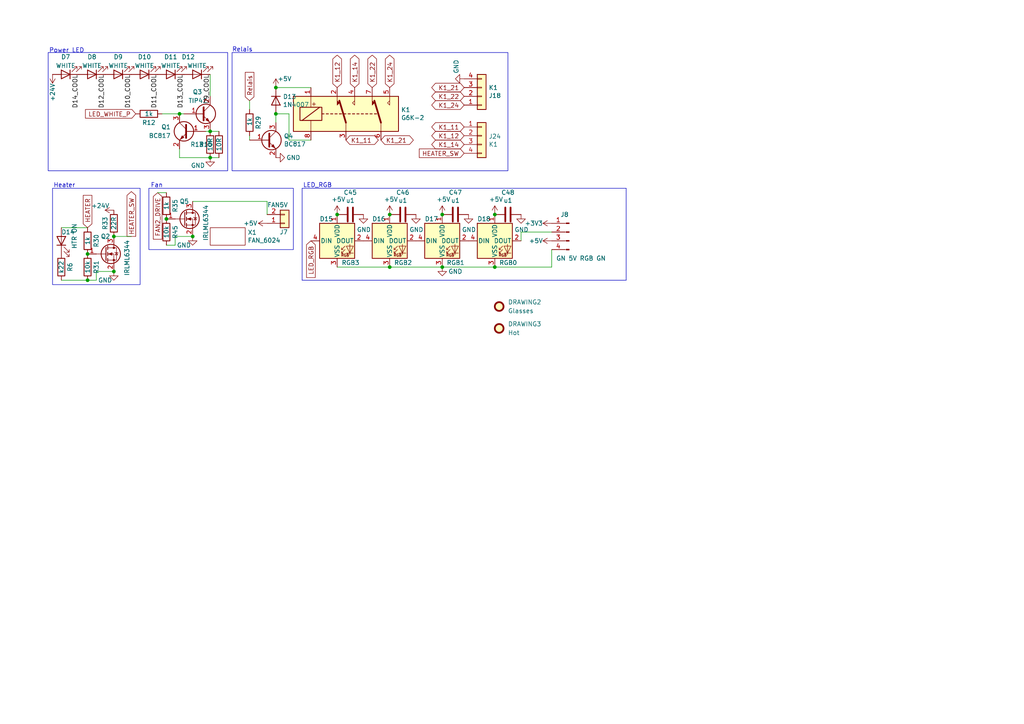
<source format=kicad_sch>
(kicad_sch (version 20231120) (generator "eeschema") (generator_version "8.0")
  (paper "A4")
  (lib_symbols
    (symbol "Connector:Conn_01x04_Male" (pin_names (offset 1.016) hide)
      (property "Reference" "J" (at 0 5.08 0))
      (property "Value" "Conn_01x04_Male" (at 0 -7.62 0))
      (symbol "Conn_01x04_Male_1_1"
        (polyline (pts (xy 1.27 -5.08) (xy 0.8636 -5.08)) (stroke (width 0.1524)))
        (polyline (pts (xy 1.27 -2.54) (xy 0.8636 -2.54)) (stroke (width 0.1524)))
        (polyline (pts (xy 1.27 0) (xy 0.8636 0)) (stroke (width 0.1524)))
        (polyline (pts (xy 1.27 2.54) (xy 0.8636 2.54)) (stroke (width 0.1524)))
        (rectangle (start 0.8636 -4.953) (end 0 -5.207) (stroke (width 0.1524)) (fill (type outline)))
        (rectangle (start 0.8636 -2.413) (end 0 -2.667) (stroke (width 0.1524)) (fill (type outline)))
        (rectangle (start 0.8636 0.127) (end 0 -0.127) (stroke (width 0.1524)) (fill (type outline)))
        (rectangle (start 0.8636 2.667) (end 0 2.413) (stroke (width 0.1524)) (fill (type outline)))
        (pin passive line (at 5.08 2.54 180) (length 3.81) (name "Pin_1") (number "1"))
        (pin passive line (at 5.08 0 180) (length 3.81) (name "Pin_2") (number "2"))
        (pin passive line (at 5.08 -2.54 180) (length 3.81) (name "Pin_3") (number "3"))
        (pin passive line (at 5.08 -5.08 180) (length 3.81) (name "Pin_4") (number "4"))
      )
    )
    (symbol "Connector_Generic:Conn_01x02" (pin_names (offset 1.016) hide)
      (property "Reference" "J" (at 0 2.54 0))
      (property "Value" "Conn_01x02" (at 0 -5.08 0))
      (symbol "Conn_01x02_1_1"
        (rectangle (start -1.27 -2.413) (end 0 -2.667) (stroke (width 0.1524)))
        (rectangle (start -1.27 0.127) (end 0 -0.127) (stroke (width 0.1524)))
        (rectangle (start -1.27 1.27) (end 1.27 -3.81) (stroke (width 0.254)) (fill (type background)))
        (pin passive line (at -5.08 0 0) (length 3.81) (name "Pin_1") (number "1"))
        (pin passive line (at -5.08 -2.54 0) (length 3.81) (name "Pin_2") (number "2"))
      )
    )
    (symbol "Connector_Generic:Conn_01x04" (pin_names (offset 1.016) hide)
      (property "Reference" "J" (at 0 5.08 0))
      (property "Value" "Conn_01x04" (at 0 -7.62 0))
      (symbol "Conn_01x04_1_1"
        (rectangle (start -1.27 -4.953) (end 0 -5.207) (stroke (width 0.1524)))
        (rectangle (start -1.27 -2.413) (end 0 -2.667) (stroke (width 0.1524)))
        (rectangle (start -1.27 0.127) (end 0 -0.127) (stroke (width 0.1524)))
        (rectangle (start -1.27 2.667) (end 0 2.413) (stroke (width 0.1524)))
        (rectangle (start -1.27 3.81) (end 1.27 -6.35) (stroke (width 0.254)) (fill (type background)))
        (pin passive line (at -5.08 2.54 0) (length 3.81) (name "Pin_1") (number "1"))
        (pin passive line (at -5.08 0 0) (length 3.81) (name "Pin_2") (number "2"))
        (pin passive line (at -5.08 -2.54 0) (length 3.81) (name "Pin_3") (number "3"))
        (pin passive line (at -5.08 -5.08 0) (length 3.81) (name "Pin_4") (number "4"))
      )
    )
    (symbol "Device:C" (pin_numbers hide) (pin_names (offset 0.254))
      (property "Reference" "C" (at 0.635 2.54 0))
      (property "Value" "C" (at 0.635 -2.54 0))
      (symbol "C_0_1"
        (polyline (pts (xy -2.032 -0.762) (xy 2.032 -0.762)) (stroke (width 0.508)))
        (polyline (pts (xy -2.032 0.762) (xy 2.032 0.762)) (stroke (width 0.508)))
      )
      (symbol "C_1_1"
        (pin passive line (at 0 3.81 270) (length 2.794) (name "~") (number "1"))
        (pin passive line (at 0 -3.81 90) (length 2.794) (name "~") (number "2"))
      )
    )
    (symbol "Device:D" (pin_numbers hide) (pin_names (offset 1.016) hide)
      (property "Reference" "D" (at 0 2.54 0))
      (property "Value" "D" (at 0 -2.54 0))
      (symbol "D_0_1"
        (polyline (pts (xy -1.27 1.27) (xy -1.27 -1.27)) (stroke (width 0.254)))
        (polyline (pts (xy 1.27 0) (xy -1.27 0)))
        (polyline (pts (xy 1.27 1.27) (xy 1.27 -1.27) (xy -1.27 0) (xy 1.27 1.27)) (stroke (width 0.254)))
      )
      (symbol "D_1_1"
        (pin passive line (at -3.81 0 0) (length 2.54) (name "K") (number "1"))
        (pin passive line (at 3.81 0 180) (length 2.54) (name "A") (number "2"))
      )
    )
    (symbol "Device:LED" (pin_numbers hide) (pin_names (offset 1.016) hide)
      (property "Reference" "D" (at 0 2.54 0))
      (property "Value" "LED" (at 0 -2.54 0))
      (symbol "LED_0_1"
        (polyline (pts (xy -1.27 -1.27) (xy -1.27 1.27)) (stroke (width 0.254)))
        (polyline (pts (xy -1.27 0) (xy 1.27 0)))
        (polyline (pts (xy 1.27 -1.27) (xy 1.27 1.27) (xy -1.27 0) (xy 1.27 -1.27)) (stroke (width 0.254)))
        (polyline (pts (xy -3.048 -0.762) (xy -4.572 -2.286) (xy -3.81 -2.286) (xy -4.572 -2.286) (xy -4.572 -1.524)))
        (polyline (pts (xy -1.778 -0.762) (xy -3.302 -2.286) (xy -2.54 -2.286) (xy -3.302 -2.286) (xy -3.302 -1.524)))
      )
      (symbol "LED_1_1"
        (pin passive line (at -3.81 0 0) (length 2.54) (name "K") (number "1"))
        (pin passive line (at 3.81 0 180) (length 2.54) (name "A") (number "2"))
      )
    )
    (symbol "Device:R" (pin_numbers hide) (pin_names (offset 0))
      (property "Reference" "R" (at 2.032 0 90))
      (property "Value" "R" (at 0 0 90))
      (symbol "R_0_1"
        (rectangle (start -1.016 -2.54) (end 1.016 2.54) (stroke (width 0.254)))
      )
      (symbol "R_1_1"
        (pin passive line (at 0 3.81 270) (length 1.27) (name "~") (number "1"))
        (pin passive line (at 0 -3.81 90) (length 1.27) (name "~") (number "2"))
      )
    )
    (symbol "LED:WS2812B" (pin_names (offset 0.254))
      (property "Reference" "D" (at 5.08 5.715 0))
      (property "Value" "WS2812B" (at 1.27 -5.715 0))
      (symbol "WS2812B_0_0"
        (text "RGB" (at 2.286 -4.191 0) (effects (font (size 0.762 0.762))))
      )
      (symbol "WS2812B_0_1"
        (polyline (pts (xy 1.27 -3.556) (xy 1.778 -3.556)))
        (polyline (pts (xy 1.27 -2.54) (xy 1.778 -2.54)))
        (polyline (pts (xy 4.699 -3.556) (xy 2.667 -3.556)))
        (polyline (pts (xy 2.286 -2.54) (xy 1.27 -3.556) (xy 1.27 -3.048)))
        (polyline (pts (xy 2.286 -1.524) (xy 1.27 -2.54) (xy 1.27 -2.032)))
        (polyline (pts (xy 3.683 -1.016) (xy 3.683 -3.556) (xy 3.683 -4.064)))
        (polyline (pts (xy 4.699 -1.524) (xy 2.667 -1.524) (xy 3.683 -3.556) (xy 4.699 -1.524)))
        (rectangle (start 5.08 5.08) (end -5.08 -5.08) (stroke (width 0.254)) (fill (type background)))
      )
      (symbol "WS2812B_1_1"
        (pin power_in line (at 0 7.62 270) (length 2.54) (name "VDD") (number "1"))
        (pin output line (at 7.62 0 180) (length 2.54) (name "DOUT") (number "2"))
        (pin power_in line (at 0 -7.62 90) (length 2.54) (name "VSS") (number "3"))
        (pin input line (at -7.62 0 0) (length 2.54) (name "DIN") (number "4"))
      )
    )
    (symbol "Mechanical:Fiducial" (exclude_from_sim yes) (in_bom no)
      (property "Reference" "FID" (at 0 5.08 0))
      (property "Value" "Fiducial" (at 0 3.175 0))
      (symbol "Fiducial_0_1"
        (circle (center 0 0) (radius 1.27) (stroke (width 0.508)) (fill (type background)))
      )
    )
    (symbol "Relay:G6K-2"
      (property "Reference" "K" (at 16.51 3.81 0))
      (property "Value" "G6K-2" (at 16.51 1.27 0))
      (symbol "G6K-2_0_0"
        (text "+" (at -9.271 2.921 0) (effects (font (size 1.27 1.27))))
      )
      (symbol "G6K-2_0_1"
        (rectangle (start -15.24 5.08) (end 15.24 -5.08) (stroke (width 0.254)) (fill (type background)))
        (rectangle (start -13.335 1.905) (end -6.985 -1.905) (stroke (width 0.254)))
        (polyline (pts (xy -12.7 -1.905) (xy -7.62 1.905)) (stroke (width 0.254)))
        (polyline (pts (xy -10.16 -5.08) (xy -10.16 -1.905)))
        (polyline (pts (xy -10.16 5.08) (xy -10.16 1.905)))
        (polyline (pts (xy -6.985 0) (xy -6.35 0)) (stroke (width 0.254)))
        (polyline (pts (xy -5.715 0) (xy -5.08 0)) (stroke (width 0.254)))
        (polyline (pts (xy -4.445 0) (xy -3.81 0)) (stroke (width 0.254)))
        (polyline (pts (xy -3.175 0) (xy -2.54 0)) (stroke (width 0.254)))
        (polyline (pts (xy -1.905 0) (xy -1.27 0)) (stroke (width 0.254)))
        (polyline (pts (xy -0.635 0) (xy 0 0)) (stroke (width 0.254)))
        (polyline (pts (xy 0 -2.54) (xy -1.905 3.81)) (stroke (width 0.508)))
        (polyline (pts (xy 0 -2.54) (xy 0 -5.08)))
        (polyline (pts (xy 0.635 0) (xy 1.27 0)) (stroke (width 0.254)))
        (polyline (pts (xy 1.905 0) (xy 2.54 0)) (stroke (width 0.254)))
        (polyline (pts (xy 3.175 0) (xy 3.81 0)) (stroke (width 0.254)))
        (polyline (pts (xy 4.445 0) (xy 5.08 0)) (stroke (width 0.254)))
        (polyline (pts (xy 5.715 0) (xy 6.35 0)) (stroke (width 0.254)))
        (polyline (pts (xy 6.985 0) (xy 7.62 0)) (stroke (width 0.254)))
        (polyline (pts (xy 8.255 0) (xy 8.89 0)) (stroke (width 0.254)))
        (polyline (pts (xy 10.16 -2.54) (xy 8.255 3.81)) (stroke (width 0.508)))
        (polyline (pts (xy 10.16 -2.54) (xy 10.16 -5.08)))
        (polyline (pts (xy -2.54 5.08) (xy -2.54 2.54) (xy -1.905 3.175) (xy -2.54 3.81)) (fill (type outline)))
        (polyline (pts (xy 2.54 5.08) (xy 2.54 2.54) (xy 1.905 3.175) (xy 2.54 3.81)))
        (polyline (pts (xy 7.62 5.08) (xy 7.62 2.54) (xy 8.255 3.175) (xy 7.62 3.81)) (fill (type outline)))
        (polyline (pts (xy 12.7 5.08) (xy 12.7 2.54) (xy 12.065 3.175) (xy 12.7 3.81)))
      )
      (symbol "G6K-2_1_1"
        (pin passive line (at -10.16 7.62 270) (length 2.54) (name "~") (number "1"))
        (pin passive line (at -2.54 7.62 270) (length 2.54) (name "~") (number "2"))
        (pin passive line (at 0 -7.62 90) (length 2.54) (name "~") (number "3"))
        (pin passive line (at 2.54 7.62 270) (length 2.54) (name "~") (number "4"))
        (pin passive line (at 12.7 7.62 270) (length 2.54) (name "~") (number "5"))
        (pin passive line (at 10.16 -7.62 90) (length 2.54) (name "~") (number "6"))
        (pin passive line (at 7.62 7.62 270) (length 2.54) (name "~") (number "7"))
        (pin passive line (at -10.16 -7.62 90) (length 2.54) (name "~") (number "8"))
      )
    )
    (symbol "Transistor_BJT:BC817" (pin_names (offset 0) hide)
      (property "Reference" "Q" (at 5.08 1.905 0))
      (property "Value" "BC817" (at 5.08 0 0))
      (symbol "BC817_0_1"
        (polyline (pts (xy 0.635 0.635) (xy 2.54 2.54)))
        (polyline (pts (xy 0.635 -0.635) (xy 2.54 -2.54) (xy 2.54 -2.54)))
        (polyline (pts (xy 0.635 1.905) (xy 0.635 -1.905) (xy 0.635 -1.905)) (stroke (width 0.508)))
        (polyline (pts (xy 1.27 -1.778) (xy 1.778 -1.27) (xy 2.286 -2.286) (xy 1.27 -1.778) (xy 1.27 -1.778)) (fill (type outline)))
        (circle (center 1.27 0) (radius 2.8194) (stroke (width 0.254)))
      )
      (symbol "BC817_1_1"
        (pin input line (at -5.08 0 0) (length 5.715) (name "B") (number "1"))
        (pin passive line (at 2.54 -5.08 90) (length 2.54) (name "E") (number "2"))
        (pin passive line (at 2.54 5.08 270) (length 2.54) (name "C") (number "3"))
      )
    )
    (symbol "Transistor_BJT:TIP41" (pin_names (offset 0) hide)
      (property "Reference" "Q" (at 6.35 1.905 0))
      (property "Value" "TIP41" (at 6.35 0 0))
      (symbol "TIP41_0_1"
        (polyline (pts (xy 0.635 0.635) (xy 2.54 2.54)))
        (polyline (pts (xy 0.635 -0.635) (xy 2.54 -2.54) (xy 2.54 -2.54)))
        (polyline (pts (xy 0.635 1.905) (xy 0.635 -1.905) (xy 0.635 -1.905)) (stroke (width 0.508)))
        (polyline (pts (xy 1.27 -1.778) (xy 1.778 -1.27) (xy 2.286 -2.286) (xy 1.27 -1.778) (xy 1.27 -1.778)) (fill (type outline)))
        (circle (center 1.27 0) (radius 2.8194) (stroke (width 0.254)))
      )
      (symbol "TIP41_1_1"
        (pin input line (at -5.08 0 0) (length 5.715) (name "B") (number "1"))
        (pin passive line (at 2.54 5.08 270) (length 2.54) (name "C") (number "2"))
        (pin passive line (at 2.54 -5.08 90) (length 2.54) (name "E") (number "3"))
      )
    )
    (symbol "Transistor_FET:IRLML0030" (pin_names hide)
      (property "Reference" "Q" (at 5.08 1.905 0))
      (property "Value" "IRLML0030" (at 5.08 0 0))
      (symbol "IRLML0030_0_1"
        (polyline (pts (xy 0.254 0) (xy -2.54 0)))
        (polyline (pts (xy 0.254 1.905) (xy 0.254 -1.905)) (stroke (width 0.254)))
        (polyline (pts (xy 0.762 -1.27) (xy 0.762 -2.286)) (stroke (width 0.254)))
        (polyline (pts (xy 0.762 0.508) (xy 0.762 -0.508)) (stroke (width 0.254)))
        (polyline (pts (xy 0.762 2.286) (xy 0.762 1.27)) (stroke (width 0.254)))
        (polyline (pts (xy 2.54 2.54) (xy 2.54 1.778)))
        (polyline (pts (xy 2.54 -2.54) (xy 2.54 0) (xy 0.762 0)))
        (polyline (pts (xy 0.762 -1.778) (xy 3.302 -1.778) (xy 3.302 1.778) (xy 0.762 1.778)))
        (polyline (pts (xy 1.016 0) (xy 2.032 0.381) (xy 2.032 -0.381) (xy 1.016 0)) (fill (type outline)))
        (polyline (pts (xy 2.794 0.508) (xy 2.921 0.381) (xy 3.683 0.381) (xy 3.81 0.254)))
        (polyline (pts (xy 3.302 0.381) (xy 2.921 -0.254) (xy 3.683 -0.254) (xy 3.302 0.381)))
        (circle (center 1.651 0) (radius 2.794) (stroke (width 0.254)))
        (circle (center 2.54 -1.778) (radius 0.254) (fill (type outline)))
        (circle (center 2.54 1.778) (radius 0.254) (fill (type outline)))
      )
      (symbol "IRLML0030_1_1"
        (pin input line (at -5.08 0 0) (length 2.54) (name "G") (number "1"))
        (pin passive line (at 2.54 -5.08 90) (length 2.54) (name "S") (number "2"))
        (pin passive line (at 2.54 5.08 270) (length 2.54) (name "D") (number "3"))
      )
    )
    (symbol "power:+24V" (power) (pin_names (offset 0))
      (property "Value" "+24V" (at 0 3.556 0))
      (symbol "+24V_0_1"
        (polyline (pts (xy -0.762 1.27) (xy 0 2.54)))
        (polyline (pts (xy 0 0) (xy 0 2.54)))
        (polyline (pts (xy 0 2.54) (xy 0.762 1.27)))
      )
      (symbol "+24V_1_1"
        (pin power_in line (at 0 0 90) (length 0) hide (name "+24V") (number "1"))
      )
    )
    (symbol "power:+3V3" (power) (pin_numbers hide) (pin_names (offset 0) hide)
      (property "Value" "+3V3" (at 0 3.556 0))
      (symbol "+3V3_0_1"
        (polyline (pts (xy -0.762 1.27) (xy 0 2.54)))
        (polyline (pts (xy 0 0) (xy 0 2.54)))
        (polyline (pts (xy 0 2.54) (xy 0.762 1.27)))
      )
      (symbol "+3V3_1_1"
        (pin power_in line (at 0 0 90) (length 0) (name "~") (number "1"))
      )
    )
    (symbol "power:+5V" (power) (pin_names (offset 0))
      (property "Value" "+5V" (at 0 3.556 0))
      (symbol "+5V_0_1"
        (polyline (pts (xy -0.762 1.27) (xy 0 2.54)))
        (polyline (pts (xy 0 0) (xy 0 2.54)))
        (polyline (pts (xy 0 2.54) (xy 0.762 1.27)))
      )
      (symbol "+5V_1_1"
        (pin power_in line (at 0 0 90) (length 0) hide (name "+5V") (number "1"))
      )
    )
    (symbol "power:GND" (power) (pin_names (offset 0))
      (property "Value" "GND" (at 0 -3.81 0))
      (symbol "GND_0_1"
        (polyline (pts (xy 0 0) (xy 0 -1.27) (xy 1.27 -1.27) (xy 0 -2.54) (xy -1.27 -1.27) (xy 0 -1.27)))
      )
      (symbol "GND_1_1"
        (pin power_in line (at 0 0 270) (length 0) hide (name "GND") (number "1"))
      )
    )
    (symbol "smopla:FAN_6024" (pin_names (offset 1.016))
      (property "Reference" "X" (at 0 1.27 0))
      (property "Value" "smopla_FAN_6024" (at 0 -1.27 0))
      (symbol "FAN_6024_0_1"
        (rectangle (start -5.08 2.54) (end 5.08 -2.54))
      )
    )
  )
  (junction (at 113.03 62.23))
  (junction (at 25.4 73.66))
  (junction (at 52.07 33.02))
  (junction (at 97.79 62.23))
  (junction (at 33.02 78.74))
  (junction (at 113.03 77.47))
  (junction (at 25.4 81.28))
  (junction (at 143.51 62.23))
  (junction (at 128.27 62.23))
  (junction (at 48.26 63.5))
  (junction (at 60.96 38.1))
  (junction (at 55.88 68.58))
  (junction (at 60.96 45.72))
  (junction (at 33.02 68.58))
  (junction (at 143.51 77.47))
  (junction (at 80.01 25.4))
  (junction (at 80.01 33.02))
  (junction (at 128.27 77.47))
  (wire (pts (xy 83.82 40.64) (xy 83.82 33.02)))
  (wire (pts (xy 33.02 78.74) (xy 27.94 78.74)))
  (wire (pts (xy 55.88 58.42) (xy 77.47 58.42)))
  (polyline (pts (xy 87.63 54.61) (xy 181.61 54.61)))
  (wire (pts (xy 160.02 77.47) (xy 160.02 72.39)))
  (wire (pts (xy 46.99 33.02) (xy 52.07 33.02)))
  (wire (pts (xy 52.07 33.02) (xy 53.34 33.02)))
  (polyline (pts (xy 87.63 81.28) (xy 181.61 81.28)))
  (wire (pts (xy 50.8 68.58) (xy 50.8 71.12)))
  (wire (pts (xy 77.47 58.42) (xy 77.47 62.23)))
  (wire (pts (xy 90.17 40.64) (xy 83.82 40.64)))
  (wire (pts (xy 60.96 45.72) (xy 63.5 45.72)))
  (wire (pts (xy 60.96 21.59) (xy 60.96 27.94)))
  (wire (pts (xy 45.72 55.88) (xy 48.26 55.88)))
  (wire (pts (xy 33.02 68.58) (xy 38.1 68.58)))
  (wire (pts (xy 83.82 33.02) (xy 80.01 33.02)))
  (wire (pts (xy 17.78 66.04) (xy 25.4 66.04)))
  (wire (pts (xy 52.07 43.18) (xy 52.07 45.72)))
  (polyline (pts (xy 181.61 81.28) (xy 181.61 54.61)))
  (wire (pts (xy 160.02 67.31) (xy 151.13 67.31)))
  (wire (pts (xy 80.01 35.56) (xy 80.01 33.02)))
  (wire (pts (xy 113.03 77.47) (xy 97.79 77.47)))
  (wire (pts (xy 17.78 81.28) (xy 25.4 81.28)))
  (wire (pts (xy 128.27 77.47) (xy 113.03 77.47)))
  (wire (pts (xy 59.69 38.1) (xy 60.96 38.1)))
  (wire (pts (xy 55.88 68.58) (xy 50.8 68.58)))
  (wire (pts (xy 143.51 77.47) (xy 160.02 77.47)))
  (wire (pts (xy 60.96 38.1) (xy 63.5 38.1)))
  (polyline (pts (xy 87.63 81.28) (xy 87.63 54.61)))
  (wire (pts (xy 50.8 71.12) (xy 48.26 71.12)))
  (wire (pts (xy 52.07 45.72) (xy 60.96 45.72)))
  (wire (pts (xy 27.94 81.28) (xy 25.4 81.28)))
  (wire (pts (xy 128.27 77.47) (xy 143.51 77.47)))
  (wire (pts (xy 27.94 78.74) (xy 27.94 81.28)))
  (wire (pts (xy 72.39 29.21) (xy 72.39 31.75)))
  (wire (pts (xy 80.01 25.4) (xy 90.17 25.4)))
  (wire (pts (xy 72.39 39.37) (xy 72.39 40.64)))
  (wire (pts (xy 151.13 67.31) (xy 151.13 69.85)))
  (rectangle (start 13.97 15.24) (end 66.04 49.53))
  (rectangle (start 67.31 15.24) (end 147.32 49.53))
  (rectangle (start 43.18 54.61) (end 85.09 72.39))
  (rectangle (start 15.24 54.61) (end 40.64 82.55))
  (text "Power LED" (at 14.224 15.494 0) (effects (font (size 1.27 1.27)) (justify left bottom)))
  (text "Heater" (at 15.494 54.61 0) (effects (font (size 1.27 1.27)) (justify left bottom)))
  (text "Fan" (at 43.688 54.61 0) (effects (font (size 1.27 1.27)) (justify left bottom)))
  (text "Relais" (at 67.31 15.24 0) (effects (font (size 1.27 1.27)) (justify left bottom)))
  (text "LED_RGB" (at 87.884 54.61 0) (effects (font (size 1.27 1.27)) (justify left bottom)))
  (label "D11_COOL" (at 45.72 21.59 270))
  (label "D14_COOL" (at 22.86 21.59 270))
  (label "D13_COOL" (at 53.34 21.59 270))
  (label "D10_COOL" (at 38.1 21.59 270))
  (label "D9_COOL" (at 60.96 21.59 270))
  (label "D12_COOL" (at 30.48 21.59 270))
  (global_label "K1_11" (shape bidirectional) (at 100.33 40.64 0) (property "Intersheetrefs" "${INTERSHEET_REFS}" (effects (hide yes))))
  (global_label "LED_RGB" (shape input) (at 90.17 69.85 270) (property "Intersheetrefs" "${INTERSHEET_REFS}" (effects (hide yes))))
  (global_label "K1_21" (shape bidirectional) (at 134.62 25.4 180) (property "Intersheetrefs" "${INTERSHEET_REFS}" (effects (hide yes))))
  (global_label "HEATER_SW" (shape output) (at 38.1 68.58 90) (property "Intersheetrefs" "${INTERSHEET_REFS}" (effects (hide yes))))
  (global_label "K1_24" (shape bidirectional) (at 113.03 25.4 90) (property "Intersheetrefs" "${INTERSHEET_REFS}" (effects (hide yes))))
  (global_label "K1_12" (shape bidirectional) (at 97.79 25.4 90) (property "Intersheetrefs" "${INTERSHEET_REFS}" (effects (hide yes))))
  (global_label "K1_12" (shape bidirectional) (at 134.62 39.37 180) (property "Intersheetrefs" "${INTERSHEET_REFS}" (effects (hide yes))))
  (global_label "K1_14" (shape bidirectional) (at 134.62 41.91 180) (property "Intersheetrefs" "${INTERSHEET_REFS}" (effects (hide yes))))
  (global_label "LED_WHITE_P" (shape input) (at 39.37 33.02 180) (property "Intersheetrefs" "${INTERSHEET_REFS}" (effects (hide yes))))
  (global_label "K1_24" (shape bidirectional) (at 134.62 30.48 180) (property "Intersheetrefs" "${INTERSHEET_REFS}" (effects (hide yes))))
  (global_label "K1_22" (shape bidirectional) (at 134.62 27.94 180) (property "Intersheetrefs" "${INTERSHEET_REFS}" (effects (hide yes))))
  (global_label "K1_14" (shape bidirectional) (at 102.87 25.4 90) (property "Intersheetrefs" "${INTERSHEET_REFS}" (effects (hide yes))))
  (global_label "K1_11" (shape bidirectional) (at 134.62 36.83 180) (property "Intersheetrefs" "${INTERSHEET_REFS}" (effects (hide yes))))
  (global_label "K1_21" (shape bidirectional) (at 110.49 40.64 0) (property "Intersheetrefs" "${INTERSHEET_REFS}" (effects (hide yes))))
  (global_label "Relais" (shape input) (at 72.39 29.21 90) (property "Intersheetrefs" "${INTERSHEET_REFS}" (effects (hide yes))))
  (global_label "HEATER_SW" (shape input) (at 134.62 44.45 180) (property "Intersheetrefs" "${INTERSHEET_REFS}" (effects (hide yes))))
  (global_label "FAN2_DRIVE" (shape input) (at 45.72 55.88 270) (property "Intersheetrefs" "${INTERSHEET_REFS}" (effects (hide yes))))
  (global_label "K1_22" (shape bidirectional) (at 107.95 25.4 90) (property "Intersheetrefs" "${INTERSHEET_REFS}" (effects (hide yes))))
  (global_label "HEATER" (shape input) (at 25.4 66.04 90) (property "Intersheetrefs" "${INTERSHEET_REFS}" (effects (hide yes))))
  (symbol (lib_id "Device:LED") (at 34.29 21.59 180) (unit 1)
    (property "Reference" "D9" (at 34.29 16.51 0))
    (property "Value" "WHITE" (at 34.29 19.05 0))
    (property "Footprint" "liebler_OPTO:LED_PLCC_2835_Handsoldering" (effects (hide yes)))
  )
  (symbol (lib_id "Relay:G6K-2") (at 100.33 33.02 0) (unit 1)
    (property "Reference" "K1" (at 116.332 31.8516 0) (effects (justify left)))
    (property "Value" "G6K-2" (at 116.332 34.163 0) (effects (justify left)))
    (property "Footprint" "Relay_SMD:Relay_DPDT_Omron_G6K-2F-Y" (effects (hide yes)))
    (property "Datasheet" "http://omronfs.omron.com/en_US/ecb/products/pdf/en-g6k.pdf" (effects (hide yes)))
  )
  (symbol (lib_id "Device:R") (at 43.18 33.02 270) (unit 1)
    (property "Reference" "R12" (at 43.18 35.56 90))
    (property "Value" "1k" (at 43.18 33.02 90))
    (property "Footprint" "Resistor_SMD:R_0402_1005Metric" (effects (hide yes)))
  )
  (symbol (lib_id "Device:LED") (at 57.15 21.59 180) (unit 1)
    (property "Reference" "D12" (at 54.61 16.51 0))
    (property "Value" "WHITE" (at 57.15 19.05 0))
    (property "Footprint" "liebler_OPTO:LED_PLCC_2835_Handsoldering" (effects (hide yes)))
  )
  (symbol (lib_id "Device:R") (at 25.4 77.47 180) (unit 1)
    (property "Reference" "R31" (at 27.94 77.47 90))
    (property "Value" "10k" (at 25.4 77.47 90))
    (property "Footprint" "Resistor_SMD:R_0402_1005Metric" (effects (hide yes)))
  )
  (symbol (lib_id "power:+24V") (at 15.24 21.59 180) (unit 1)
    (property "Reference" "#PWR076" (effects (hide yes)))
    (property "Value" "+24V" (at 15.24 24.13 90) (effects (justify left)))
  )
  (symbol (lib_id "Connector_Generic:Conn_01x04") (at 139.7 39.37 0) (unit 1)
    (property "Reference" "J24" (at 141.732 39.5732 0) (effects (justify left)))
    (property "Value" "K1" (at 141.732 41.8846 0) (effects (justify left)))
    (property "Footprint" "liebler_CONN:PhoenixContact_MC_1,5_4-G-3.5_1x04_P3.50mm_Horizontal_smallerCourtyard" (effects (hide yes)))
  )
  (symbol (lib_id "Device:C") (at 147.32 62.23 270) (unit 1)
    (property "Reference" "C48" (at 147.32 55.8292 90))
    (property "Value" "u1" (at 147.32 58.1406 90))
    (property "Footprint" "Capacitor_SMD:C_0402_1005Metric" (effects (hide yes)))
  )
  (symbol (lib_id "Device:LED") (at 17.78 69.85 90) (unit 1)
    (property "Reference" "D14" (at 17.78 67.31 90) (effects (justify right)))
    (property "Value" "HTR ON" (at 21.59 64.77 0) (effects (justify right)))
    (property "Footprint" "LED_SMD:LED_0805_2012Metric_Pad1.15x1.40mm_HandSolder" (effects (hide yes)))
  )
  (symbol (lib_id "Device:R") (at 48.26 67.31 180) (unit 1)
    (property "Reference" "R45" (at 50.8 67.31 90))
    (property "Value" "10k" (at 48.26 67.31 90))
    (property "Footprint" "Resistor_SMD:R_0402_1005Metric" (effects (hide yes)))
  )
  (symbol (lib_id "power:GND") (at 80.01 45.72 90) (unit 1)
    (property "Reference" "#PWR082" (effects (hide yes)))
    (property "Value" "GND" (at 85.09 45.72 90))
  )
  (symbol (lib_id "Connector:Conn_01x04_Male") (at 165.1 67.31 0) (mirror y) (unit 1)
    (property "Reference" "J8" (at 162.56 62.23 0) (effects (justify right)))
    (property "Value" "GN 5V RGB GN" (at 161.29 74.93 0) (effects (justify right)))
    (property "Footprint" "Connector_PinHeader_2.54mm:PinHeader_1x04_P2.54mm_Vertical" (effects (hide yes)))
  )
  (symbol (lib_id "smopla:FAN_6024") (at 66.04 68.58 0) (unit 1)
    (property "Reference" "X1" (at 71.8312 67.4116 0) (effects (justify left)))
    (property "Value" "FAN_6024" (at 71.8312 69.723 0) (effects (justify left)))
    (property "Footprint" "liebler_MECH:FAN_6024" (effects (hide yes)))
  )
  (symbol (lib_id "power:GND") (at 151.13 62.23 0) (unit 1)
    (property "Reference" "#PWR0103" (effects (hide yes)))
    (property "Value" "GND" (at 151.257 66.6242 0))
  )
  (symbol (lib_id "power:+5V") (at 160.02 69.85 90) (unit 1)
    (property "Reference" "#PWR0104" (effects (hide yes)))
    (property "Value" "+5V" (at 157.48 69.85 90) (effects (justify left)))
  )
  (symbol (lib_id "Transistor_FET:IRLML0030") (at 53.34 63.5 0) (unit 1)
    (property "Reference" "Q5" (at 52.07 58.42 0) (effects (justify left)))
    (property "Value" "IRLML6344" (at 59.69 69.85 90) (effects (justify left)))
    (property "Footprint" "Package_TO_SOT_SMD:SOT-23" (effects (hide yes)))
    (property "Datasheet" "https://www.infineon.com/dgdl/irlml0030pbf.pdf?fileId=5546d462533600a401535664773825df" (effects (hide yes)))
  )
  (symbol (lib_id "Connector_Generic:Conn_01x04") (at 139.7 27.94 0) (mirror x) (unit 1)
    (property "Reference" "J18" (at 141.732 27.7368 0) (effects (justify left)))
    (property "Value" "K1" (at 141.732 25.4254 0) (effects (justify left)))
    (property "Footprint" "liebler_CONN:PhoenixContact_MC_1,5_4-G-3.5_1x04_P3.50mm_Horizontal_smallerCourtyard" (effects (hide yes)))
  )
  (symbol (lib_id "power:GND") (at 60.96 45.72 0) (unit 1)
    (property "Reference" "#PWR077" (effects (hide yes)))
    (property "Value" "GND" (at 57.404 48.006 0))
  )
  (symbol (lib_id "Device:LED") (at 41.91 21.59 180) (unit 1)
    (property "Reference" "D10" (at 41.91 16.51 0))
    (property "Value" "WHITE" (at 41.91 19.05 0))
    (property "Footprint" "liebler_OPTO:LED_PLCC_2835_Handsoldering" (effects (hide yes)))
  )
  (symbol (lib_id "power:GND") (at 105.41 62.23 0) (unit 1)
    (property "Reference" "#PWR096" (effects (hide yes)))
    (property "Value" "GND" (at 105.537 66.6242 0))
  )
  (symbol (lib_id "Device:R") (at 17.78 77.47 180) (unit 1)
    (property "Reference" "R6" (at 20.32 77.47 90))
    (property "Value" "k22" (at 17.78 77.47 90))
    (property "Footprint" "Resistor_SMD:R_0402_1005Metric" (effects (hide yes)))
  )
  (symbol (lib_id "Device:R") (at 60.96 41.91 0) (unit 1)
    (property "Reference" "R13" (at 57.15 41.91 0))
    (property "Value" "10R" (at 60.96 41.91 90))
    (property "Footprint" "Resistor_SMD:R_1206_3216Metric" (effects (hide yes)))
  )
  (symbol (lib_id "Transistor_FET:IRLML0030") (at 30.48 73.66 0) (unit 1)
    (property "Reference" "Q2" (at 29.21 68.58 0) (effects (justify left)))
    (property "Value" "IRLML6344" (at 36.83 80.01 90) (effects (justify left)))
    (property "Footprint" "Package_TO_SOT_SMD:SOT-23" (effects (hide yes)))
    (property "Datasheet" "https://www.infineon.com/dgdl/irlml0030pbf.pdf?fileId=5546d462533600a401535664773825df" (effects (hide yes)))
  )
  (symbol (lib_id "Mechanical:Fiducial") (at 144.78 95.25 0) (unit 1) (exclude_from_sim yes) (in_bom no)
    (property "Reference" "DRAWING3" (at 147.32 93.9799 0) (effects (justify left)))
    (property "Value" "Hot" (at 147.32 96.5199 0) (effects (justify left)))
    (property "Footprint" "liebler_DRAWINGS:hot" (effects (hide yes)))
    (property "Description" "Fiducial Marker" (effects (hide yes)))
  )
  (symbol (lib_id "Mechanical:Fiducial") (at 144.78 88.9 0) (unit 1) (exclude_from_sim yes) (in_bom no)
    (property "Reference" "DRAWING2" (at 147.32 87.6299 0) (effects (justify left)))
    (property "Value" "Glasses" (at 147.32 90.1699 0) (effects (justify left)))
    (property "Footprint" "liebler_DRAWINGS:googles" (effects (hide yes)))
    (property "Description" "Fiducial Marker" (effects (hide yes)))
  )
  (symbol (lib_id "LED:WS2812B") (at 143.51 69.85 0) (unit 1)
    (property "Reference" "D18" (at 138.43 63.5 0) (effects (justify left)))
    (property "Value" "RGB0" (at 144.78 76.2 0) (effects (justify left)))
    (property "Footprint" "liebler_OPTO:WS2812b_handsolder" (effects (hide yes)))
    (property "Datasheet" "https://cdn-shop.adafruit.com/datasheets/WS2812B.pdf" (effects (hide yes)))
  )
  (symbol (lib_id "power:+5V") (at 128.27 62.23 0) (unit 1)
    (property "Reference" "#PWR099" (effects (hide yes)))
    (property "Value" "+5V" (at 128.651 57.8358 0))
  )
  (symbol (lib_id "Device:R") (at 48.26 59.69 180) (unit 1)
    (property "Reference" "R35" (at 50.8 59.69 90))
    (property "Value" "1k" (at 48.26 59.69 90))
    (property "Footprint" "Resistor_SMD:R_0402_1005Metric" (effects (hide yes)))
  )
  (symbol (lib_id "Device:LED") (at 19.05 21.59 180) (unit 1)
    (property "Reference" "D7" (at 19.05 16.51 0))
    (property "Value" "WHITE" (at 19.05 19.05 0))
    (property "Footprint" "liebler_OPTO:LED_PLCC_2835_Handsoldering" (effects (hide yes)))
  )
  (symbol (lib_id "power:+3V3") (at 160.02 64.77 90) (unit 1)
    (property "Reference" "#PWR0200" (effects (hide yes)))
    (property "Value" "+3V3" (at 157.48 64.77 90) (effects (justify left)))
    (property "Description" "Power symbol creates a global label with name \"+3V3\"" (effects (hide yes)))
  )
  (symbol (lib_id "LED:WS2812B") (at 97.79 69.85 0) (unit 1)
    (property "Reference" "D15" (at 92.71 63.5 0) (effects (justify left)))
    (property "Value" "RGB3" (at 99.06 76.2 0) (effects (justify left)))
    (property "Footprint" "liebler_OPTO:WS2812b_handsolder" (effects (hide yes)))
    (property "Datasheet" "https://cdn-shop.adafruit.com/datasheets/WS2812B.pdf" (effects (hide yes)))
  )
  (symbol (lib_id "Device:R") (at 25.4 69.85 180) (unit 1)
    (property "Reference" "R30" (at 27.94 69.85 90))
    (property "Value" "1k" (at 25.4 69.85 90))
    (property "Footprint" "Resistor_SMD:R_0402_1005Metric" (effects (hide yes)))
  )
  (symbol (lib_id "Device:C") (at 101.6 62.23 270) (unit 1)
    (property "Reference" "C45" (at 101.6 55.8292 90))
    (property "Value" "u1" (at 101.6 58.1406 90))
    (property "Footprint" "Capacitor_SMD:C_0402_1005Metric" (effects (hide yes)))
  )
  (symbol (lib_id "power:GND") (at 33.02 78.74 0) (unit 1)
    (property "Reference" "#PWR079" (effects (hide yes)))
    (property "Value" "GND" (at 30.48 81.28 0))
  )
  (symbol (lib_id "LED:WS2812B") (at 128.27 69.85 0) (unit 1)
    (property "Reference" "D17" (at 123.19 63.5 0) (effects (justify left)))
    (property "Value" "RGB1" (at 129.54 76.2 0) (effects (justify left)))
    (property "Footprint" "liebler_OPTO:WS2812b_handsolder" (effects (hide yes)))
    (property "Datasheet" "https://cdn-shop.adafruit.com/datasheets/WS2812B.pdf" (effects (hide yes)))
  )
  (symbol (lib_id "Device:C") (at 116.84 62.23 270) (unit 1)
    (property "Reference" "C46" (at 116.84 55.8292 90))
    (property "Value" "u1" (at 116.84 58.1406 90))
    (property "Footprint" "Capacitor_SMD:C_0402_1005Metric" (effects (hide yes)))
  )
  (symbol (lib_id "power:+5V") (at 97.79 62.23 0) (unit 1)
    (property "Reference" "#PWR095" (effects (hide yes)))
    (property "Value" "+5V" (at 98.171 57.8358 0))
  )
  (symbol (lib_id "power:+5V") (at 80.01 25.4 0) (unit 1)
    (property "Reference" "#PWR080" (effects (hide yes)))
    (property "Value" "+5V" (at 82.55 22.86 0))
  )
  (symbol (lib_id "LED:WS2812B") (at 113.03 69.85 0) (unit 1)
    (property "Reference" "D16" (at 107.95 63.5 0) (effects (justify left)))
    (property "Value" "RGB2" (at 114.3 76.2 0) (effects (justify left)))
    (property "Footprint" "liebler_OPTO:WS2812b_handsolder" (effects (hide yes)))
    (property "Datasheet" "https://cdn-shop.adafruit.com/datasheets/WS2812B.pdf" (effects (hide yes)))
  )
  (symbol (lib_id "Device:R") (at 33.02 64.77 0) (unit 1)
    (property "Reference" "R33" (at 30.48 64.77 90))
    (property "Value" "22R" (at 33.02 64.77 90))
    (property "Footprint" "liebler_PASSIVES:Resistor_100W" (effects (hide yes)))
  )
  (symbol (lib_id "Device:LED") (at 49.53 21.59 180) (unit 1)
    (property "Reference" "D11" (at 49.53 16.51 0))
    (property "Value" "WHITE" (at 49.53 19.05 0))
    (property "Footprint" "liebler_OPTO:LED_PLCC_2835_Handsoldering" (effects (hide yes)))
  )
  (symbol (lib_id "Device:D") (at 80.01 29.21 270) (unit 1)
    (property "Reference" "D13" (at 82.042 28.0416 90) (effects (justify left)))
    (property "Value" "1N4007" (at 82.042 30.353 90) (effects (justify left)))
    (property "Footprint" "Diode_SMD:D_SOD-123" (effects (hide yes)))
  )
  (symbol (lib_id "Device:R") (at 63.5 41.91 0) (unit 1)
    (property "Reference" "R15" (at 59.69 41.91 0))
    (property "Value" "10R" (at 63.5 41.91 90))
    (property "Footprint" "Resistor_SMD:R_1206_3216Metric" (effects (hide yes)))
  )
  (symbol (lib_id "power:GND") (at 134.62 22.86 270) (unit 1)
    (property "Reference" "#PWR0201" (effects (hide yes)))
    (property "Value" "GND" (at 132.334 19.304 0))
  )
  (symbol (lib_id "power:+5V") (at 113.03 62.23 0) (unit 1)
    (property "Reference" "#PWR097" (effects (hide yes)))
    (property "Value" "+5V" (at 113.411 57.8358 0))
  )
  (symbol (lib_id "power:+5V") (at 143.51 62.23 0) (unit 1)
    (property "Reference" "#PWR0102" (effects (hide yes)))
    (property "Value" "+5V" (at 143.891 57.8358 0))
  )
  (symbol (lib_id "power:+24V") (at 33.02 60.96 90) (unit 1)
    (property "Reference" "#PWR078" (effects (hide yes)))
    (property "Value" "+24V" (at 31.75 59.69 90) (effects (justify left)))
  )
  (symbol (lib_id "power:GND") (at 55.88 68.58 0) (unit 1)
    (property "Reference" "#PWR093" (effects (hide yes)))
    (property "Value" "GND" (at 53.34 71.12 0))
  )
  (symbol (lib_id "power:GND") (at 128.27 77.47 0) (unit 1)
    (property "Reference" "#PWR0100" (effects (hide yes)))
    (property "Value" "GND" (at 132.08 78.74 0))
  )
  (symbol (lib_id "power:GND") (at 120.65 62.23 0) (unit 1)
    (property "Reference" "#PWR098" (effects (hide yes)))
    (property "Value" "GND" (at 120.777 66.6242 0))
  )
  (symbol (lib_id "power:GND") (at 135.89 62.23 0) (unit 1)
    (property "Reference" "#PWR0101" (effects (hide yes)))
    (property "Value" "GND" (at 136.017 66.6242 0))
  )
  (symbol (lib_id "Transistor_BJT:TIP41") (at 58.42 33.02 0) (unit 1)
    (property "Reference" "Q3" (at 55.88 26.67 0) (effects (justify left)))
    (property "Value" "TIP41" (at 54.61 29.21 0) (effects (justify left)))
    (property "Footprint" "Package_TO_SOT_THT:TO-220-3_Horizontal_TabUp" (effects (hide yes)))
    (property "Datasheet" "https://www.centralsemi.com/get_document.php?cmp=1&mergetype=pd&mergepath=pd&pdf_id=tip41.PDF" (effects (hide yes)))
  )
  (symbol (lib_id "Transistor_BJT:BC817") (at 77.47 40.64 0) (unit 1)
    (property "Reference" "Q4" (at 82.3214 39.4716 0) (effects (justify left)))
    (property "Value" "BC817" (at 82.3214 41.783 0) (effects (justify left)))
    (property "Footprint" "Package_TO_SOT_SMD:SOT-23" (effects (hide yes)))
    (property "Datasheet" "https://www.onsemi.com/pub/Collateral/BC818-D.pdf" (effects (hide yes)))
  )
  (symbol (lib_id "power:+5V") (at 77.47 64.77 90) (unit 1)
    (property "Reference" "#PWR094" (effects (hide yes)))
    (property "Value" "+5V" (at 72.644 64.77 90))
  )
  (symbol (lib_id "Device:R") (at 72.39 35.56 180) (unit 1)
    (property "Reference" "R29" (at 74.93 35.56 90))
    (property "Value" "1k" (at 72.39 35.306 90))
    (property "Footprint" "Resistor_SMD:R_0402_1005Metric" (effects (hide yes)))
  )
  (symbol (lib_id "Device:C") (at 132.08 62.23 270) (unit 1)
    (property "Reference" "C47" (at 132.08 55.8292 90))
    (property "Value" "u1" (at 132.08 58.1406 90))
    (property "Footprint" "Capacitor_SMD:C_0402_1005Metric" (effects (hide yes)))
  )
  (symbol (lib_id "Connector_Generic:Conn_01x02") (at 82.55 64.77 0) (mirror x) (unit 1)
    (property "Reference" "J7" (at 82.296 67.31 0))
    (property "Value" "FAN5V" (at 80.518 59.436 0))
    (property "Footprint" "Connector_JST:JST_XH_B2B-XH-A_1x02_P2.50mm_Vertical" (effects (hide yes)))
  )
  (symbol (lib_id "Transistor_BJT:BC817") (at 54.61 38.1 0) (mirror y) (unit 1)
    (property "Reference" "Q1" (at 49.53 36.8299 0) (effects (justify left)))
    (property "Value" "BC817" (at 49.53 39.3699 0) (effects (justify left)))
    (property "Footprint" "Package_TO_SOT_SMD:SOT-23" (effects (hide yes)))
    (property "Datasheet" "https://www.onsemi.com/pub/Collateral/BC818-D.pdf" (effects (hide yes)))
  )
  (symbol (lib_id "Device:LED") (at 26.67 21.59 180) (unit 1)
    (property "Reference" "D8" (at 26.67 16.51 0))
    (property "Value" "WHITE" (at 26.67 19.05 0))
    (property "Footprint" "liebler_OPTO:LED_PLCC_2835_Handsoldering" (effects (hide yes)))
  )
)
</source>
